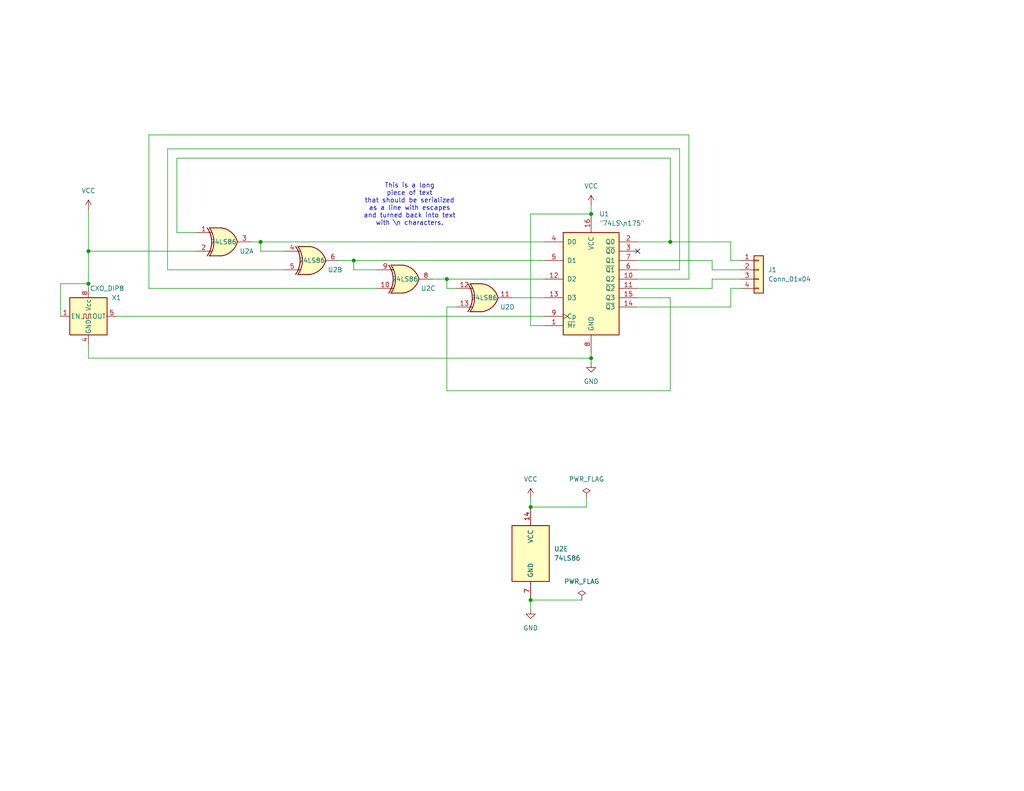
<source format=kicad_sch>
(kicad_sch (version 20231120) (generator "eeschema") (generator_version "8.0")
  (paper "USLetter")
  (title_block (title "Sample Schematic") (company "Wholly Unnecessary Technologies"))
  (lib_symbols
    (symbol "74xx:74LS175" (pin_names (offset 1.016))
      (property "Reference" "U" (at -7.62 13.97 0))
      (property "Value" "74LS175" (at -7.62 -16.51 0))
      (symbol "74LS175_1_0"
        (pin input line (at -12.7 -12.7 0) (length 5.08) (name "~{Mr}") (number "1"))
        (pin output line (at 12.7 0 180) (length 5.08) (name "Q2") (number "10"))
        (pin output line (at 12.7 -2.54 180) (length 5.08) (name "~{Q2}") (number "11"))
        (pin input line (at -12.7 0 0) (length 5.08) (name "D2") (number "12"))
        (pin input line (at -12.7 -5.08 0) (length 5.08) (name "D3") (number "13"))
        (pin output line (at 12.7 -7.62 180) (length 5.08) (name "~{Q3}") (number "14"))
        (pin output line (at 12.7 -5.08 180) (length 5.08) (name "Q3") (number "15"))
        (pin power_in line (at 0 17.78 270) (length 5.08) (name "VCC") (number "16"))
        (pin output line (at 12.7 10.16 180) (length 5.08) (name "Q0") (number "2"))
        (pin output line (at 12.7 7.62 180) (length 5.08) (name "~{Q0}") (number "3"))
        (pin input line (at -12.7 10.16 0) (length 5.08) (name "D0") (number "4"))
        (pin input line (at -12.7 5.08 0) (length 5.08) (name "D1") (number "5"))
        (pin output line (at 12.7 2.54 180) (length 5.08) (name "~{Q1}") (number "6"))
        (pin output line (at 12.7 5.08 180) (length 5.08) (name "Q1") (number "7"))
        (pin power_in line (at 0 -20.32 90) (length 5.08) (name "GND") (number "8"))
        (pin input clock (at -12.7 -10.16 0) (length 5.08) (name "Cp") (number "9"))
      )
      (symbol "74LS175_1_1"
        (rectangle (start -7.62 12.7) (end 7.62 -15.24) (stroke (width 0.254)) (fill (type background)))
      )
    )
    (symbol "74xx:74LS86" (pin_names (offset 1.016))
      (property "Reference" "U" (at 0 1.27 0))
      (property "Value" "74LS86" (at 0 -1.27 0))
      (symbol "74LS86_1_0"
        (arc (start -4.4196 -3.81) (mid -3.2033 0) (end -4.4196 3.81) (stroke (width 0.254)))
        (arc (start -3.81 -3.81) (mid -2.589 0) (end -3.81 3.81) (stroke (width 0.254)))
        (arc (start -0.6096 -3.81) (mid 2.1842 -2.5851) (end 3.81 0) (stroke (width 0.254)) (fill (type background)))
        (polyline (pts (xy -3.81 -3.81) (xy -0.635 -3.81)) (stroke (width 0.254)) (fill (type background)))
        (polyline (pts (xy -3.81 3.81) (xy -0.635 3.81)) (stroke (width 0.254)) (fill (type background)))
        (polyline (pts (xy -0.635 3.81) (xy -3.81 3.81) (xy -3.81 3.81) (xy -3.556 3.4036) (xy -3.0226 2.2606) (xy -2.6924 1.0414) (xy -2.6162 -0.254) (xy -2.7686 -1.4986) (xy -3.175 -2.7178) (xy -3.81 -3.81) (xy -3.81 -3.81) (xy -0.635 -3.81)) (stroke (width -25.4)) (fill (type background)))
        (arc (start 3.81 0) (mid 2.1915 2.5936) (end -0.6096 3.81) (stroke (width 0.254)) (fill (type background)))
        (pin input line (at -7.62 2.54 0) (length 4.445) (name "~") (number "1"))
        (pin input line (at -7.62 -2.54 0) (length 4.445) (name "~") (number "2"))
        (pin output line (at 7.62 0 180) (length 3.81) (name "~") (number "3"))
      )
      (symbol "74LS86_1_1"
        (polyline (pts (xy -3.81 -2.54) (xy -3.175 -2.54)) (stroke (width 0.1524)))
        (polyline (pts (xy -3.81 2.54) (xy -3.175 2.54)) (stroke (width 0.1524)))
      )
      (symbol "74LS86_2_0"
        (arc (start -4.4196 -3.81) (mid -3.2033 0) (end -4.4196 3.81) (stroke (width 0.254)))
        (arc (start -3.81 -3.81) (mid -2.589 0) (end -3.81 3.81) (stroke (width 0.254)))
        (arc (start -0.6096 -3.81) (mid 2.1842 -2.5851) (end 3.81 0) (stroke (width 0.254)) (fill (type background)))
        (polyline (pts (xy -3.81 -3.81) (xy -0.635 -3.81)) (stroke (width 0.254)) (fill (type background)))
        (polyline (pts (xy -3.81 3.81) (xy -0.635 3.81)) (stroke (width 0.254)) (fill (type background)))
        (polyline (pts (xy -0.635 3.81) (xy -3.81 3.81) (xy -3.81 3.81) (xy -3.556 3.4036) (xy -3.0226 2.2606) (xy -2.6924 1.0414) (xy -2.6162 -0.254) (xy -2.7686 -1.4986) (xy -3.175 -2.7178) (xy -3.81 -3.81) (xy -3.81 -3.81) (xy -0.635 -3.81)) (stroke (width -25.4)) (fill (type background)))
        (arc (start 3.81 0) (mid 2.1915 2.5936) (end -0.6096 3.81) (stroke (width 0.254)) (fill (type background)))
        (pin input line (at -7.62 2.54 0) (length 4.445) (name "~") (number "4"))
        (pin input line (at -7.62 -2.54 0) (length 4.445) (name "~") (number "5"))
        (pin output line (at 7.62 0 180) (length 3.81) (name "~") (number "6"))
      )
      (symbol "74LS86_2_1"
        (polyline (pts (xy -3.81 -2.54) (xy -3.175 -2.54)) (stroke (width 0.1524)))
        (polyline (pts (xy -3.81 2.54) (xy -3.175 2.54)) (stroke (width 0.1524)))
      )
      (symbol "74LS86_3_0"
        (arc (start -4.4196 -3.81) (mid -3.2033 0) (end -4.4196 3.81) (stroke (width 0.254)))
        (arc (start -3.81 -3.81) (mid -2.589 0) (end -3.81 3.81) (stroke (width 0.254)))
        (arc (start -0.6096 -3.81) (mid 2.1842 -2.5851) (end 3.81 0) (stroke (width 0.254)) (fill (type background)))
        (polyline (pts (xy -3.81 -3.81) (xy -0.635 -3.81)) (stroke (width 0.254)) (fill (type background)))
        (polyline (pts (xy -3.81 3.81) (xy -0.635 3.81)) (stroke (width 0.254)) (fill (type background)))
        (polyline (pts (xy -0.635 3.81) (xy -3.81 3.81) (xy -3.81 3.81) (xy -3.556 3.4036) (xy -3.0226 2.2606) (xy -2.6924 1.0414) (xy -2.6162 -0.254) (xy -2.7686 -1.4986) (xy -3.175 -2.7178) (xy -3.81 -3.81) (xy -3.81 -3.81) (xy -0.635 -3.81)) (stroke (width -25.4)) (fill (type background)))
        (arc (start 3.81 0) (mid 2.1915 2.5936) (end -0.6096 3.81) (stroke (width 0.254)) (fill (type background)))
        (pin input line (at -7.62 -2.54 0) (length 4.445) (name "~") (number "10"))
        (pin output line (at 7.62 0 180) (length 3.81) (name "~") (number "8"))
        (pin input line (at -7.62 2.54 0) (length 4.445) (name "~") (number "9"))
      )
      (symbol "74LS86_3_1"
        (polyline (pts (xy -3.81 -2.54) (xy -3.175 -2.54)) (stroke (width 0.1524)))
        (polyline (pts (xy -3.81 2.54) (xy -3.175 2.54)) (stroke (width 0.1524)))
      )
      (symbol "74LS86_4_0"
        (arc (start -4.4196 -3.81) (mid -3.2033 0) (end -4.4196 3.81) (stroke (width 0.254)))
        (arc (start -3.81 -3.81) (mid -2.589 0) (end -3.81 3.81) (stroke (width 0.254)))
        (arc (start -0.6096 -3.81) (mid 2.1842 -2.5851) (end 3.81 0) (stroke (width 0.254)) (fill (type background)))
        (polyline (pts (xy -3.81 -3.81) (xy -0.635 -3.81)) (stroke (width 0.254)) (fill (type background)))
        (polyline (pts (xy -3.81 3.81) (xy -0.635 3.81)) (stroke (width 0.254)) (fill (type background)))
        (polyline (pts (xy -0.635 3.81) (xy -3.81 3.81) (xy -3.81 3.81) (xy -3.556 3.4036) (xy -3.0226 2.2606) (xy -2.6924 1.0414) (xy -2.6162 -0.254) (xy -2.7686 -1.4986) (xy -3.175 -2.7178) (xy -3.81 -3.81) (xy -3.81 -3.81) (xy -0.635 -3.81)) (stroke (width -25.4)) (fill (type background)))
        (arc (start 3.81 0) (mid 2.1915 2.5936) (end -0.6096 3.81) (stroke (width 0.254)) (fill (type background)))
        (pin output line (at 7.62 0 180) (length 3.81) (name "~") (number "11"))
        (pin input line (at -7.62 2.54 0) (length 4.445) (name "~") (number "12"))
        (pin input line (at -7.62 -2.54 0) (length 4.445) (name "~") (number "13"))
      )
      (symbol "74LS86_4_1"
        (polyline (pts (xy -3.81 -2.54) (xy -3.175 -2.54)) (stroke (width 0.1524)))
        (polyline (pts (xy -3.81 2.54) (xy -3.175 2.54)) (stroke (width 0.1524)))
      )
      (symbol "74LS86_5_0"
        (pin power_in line (at 0 12.7 270) (length 5.08) (name "VCC") (number "14"))
        (pin power_in line (at 0 -12.7 90) (length 5.08) (name "GND") (number "7"))
      )
      (symbol "74LS86_5_1"
        (rectangle (start -5.08 7.62) (end 5.08 -7.62) (stroke (width 0.254)) (fill (type background)))
      )
    )
    (symbol "Connector_Generic:Conn_01x04" (pin_names (offset 1.016) hide)
      (property "Reference" "J" (at 0 5.08 0))
      (property "Value" "Conn_01x04" (at 0 -7.62 0))
      (symbol "Conn_01x04_1_1"
        (rectangle (start -1.27 -4.953) (end 0 -5.207) (stroke (width 0.1524)))
        (rectangle (start -1.27 -2.413) (end 0 -2.667) (stroke (width 0.1524)))
        (rectangle (start -1.27 0.127) (end 0 -0.127) (stroke (width 0.1524)))
        (rectangle (start -1.27 2.667) (end 0 2.413) (stroke (width 0.1524)))
        (rectangle (start -1.27 3.81) (end 1.27 -6.35) (stroke (width 0.254)) (fill (type background)))
        (pin passive line (at -5.08 2.54 0) (length 3.81) (name "Pin_1") (number "1"))
        (pin passive line (at -5.08 0 0) (length 3.81) (name "Pin_2") (number "2"))
        (pin passive line (at -5.08 -2.54 0) (length 3.81) (name "Pin_3") (number "3"))
        (pin passive line (at -5.08 -5.08 0) (length 3.81) (name "Pin_4") (number "4"))
      )
    )
    (symbol "Oscillator:CXO_DIP8" (pin_names (offset 0.254))
      (property "Reference" "Y" (at -5.08 6.35 0))
      (property "Value" "CXO_DIP8" (at 1.27 -6.35 0))
      (symbol "CXO_DIP8_0_1"
        (rectangle (start -5.08 5.08) (end 5.08 -5.08) (stroke (width 0.254)) (fill (type background)))
        (polyline (pts (xy -1.905 -0.635) (xy -1.27 -0.635) (xy -1.27 0.635) (xy -0.635 0.635) (xy -0.635 -0.635) (xy 0 -0.635) (xy 0 0.635) (xy 0.635 0.635) (xy 0.635 -0.635)))
      )
      (symbol "CXO_DIP8_1_1"
        (pin input line (at -7.62 0 0) (length 2.54) (name "EN") (number "1"))
        (pin power_in line (at 0 -7.62 90) (length 2.54) (name "GND") (number "4"))
        (pin output line (at 7.62 0 180) (length 2.54) (name "OUT") (number "5"))
        (pin power_in line (at 0 7.62 270) (length 2.54) (name "Vcc") (number "8"))
      )
    )
    (symbol "power:GND" (power) (pin_numbers hide) (pin_names (offset 0) hide)
      (property "Value" "GND" (at 0 -3.81 0))
      (symbol "GND_0_1"
        (polyline (pts (xy 0 0) (xy 0 -1.27) (xy 1.27 -1.27) (xy 0 -2.54) (xy -1.27 -1.27) (xy 0 -1.27)))
      )
      (symbol "GND_1_1"
        (pin power_in line (at 0 0 270) (length 0) (name "~") (number "1"))
      )
    )
    (symbol "power:PWR_FLAG" (power) (pin_numbers hide) (pin_names (offset 0) hide)
      (property "Value" "PWR_FLAG" (at 0 3.81 0))
      (symbol "PWR_FLAG_0_0"
        (pin power_out line (at 0 0 90) (length 0) (name "~") (number "1"))
      )
      (symbol "PWR_FLAG_0_1"
        (polyline (pts (xy 0 0) (xy 0 1.27) (xy -1.016 1.905) (xy 0 2.54) (xy 1.016 1.905) (xy 0 1.27)))
      )
    )
    (symbol "power:VCC" (power) (pin_numbers hide) (pin_names (offset 0) hide)
      (property "Value" "VCC" (at 0 3.556 0))
      (symbol "VCC_0_1"
        (polyline (pts (xy -0.762 1.27) (xy 0 2.54)))
        (polyline (pts (xy 0 0) (xy 0 2.54)))
        (polyline (pts (xy 0 2.54) (xy 0.762 1.27)))
      )
      (symbol "VCC_1_1"
        (pin power_in line (at 0 0 90) (length 0) (name "~") (number "1"))
      )
    )
  )
  (junction (at 121.92 76.2))
  (junction (at 96.52 71.12))
  (junction (at 182.88 66.04))
  (junction (at 144.78 163.83))
  (junction (at 161.29 97.79))
  (junction (at 71.12 66.04))
  (junction (at 24.13 77.47))
  (junction (at 161.29 58.42))
  (junction (at 24.13 68.58))
  (junction (at 144.78 138.43))
  (no_connect (at 173.99 68.58))
  (wire (pts (xy 118.11 76.2) (xy 121.92 76.2)))
  (wire (pts (xy 24.13 77.47) (xy 24.13 78.74)))
  (wire (pts (xy 161.29 97.79) (xy 161.29 96.52)))
  (wire (pts (xy 199.39 83.82) (xy 199.39 78.74)))
  (wire (pts (xy 121.92 76.2) (xy 121.92 78.74)))
  (wire (pts (xy 24.13 68.58) (xy 24.13 77.47)))
  (wire (pts (xy 185.42 40.64) (xy 45.72 40.64)))
  (wire (pts (xy 31.75 86.36) (xy 148.59 86.36)))
  (wire (pts (xy 173.99 73.66) (xy 185.42 73.66)))
  (wire (pts (xy 24.13 57.15) (xy 24.13 68.58)))
  (wire (pts (xy 144.78 135.89) (xy 144.78 138.43)))
  (wire (pts (xy 182.88 43.18) (xy 182.88 66.04)))
  (wire (pts (xy 161.29 55.88) (xy 161.29 58.42)))
  (wire (pts (xy 194.31 76.2) (xy 201.93 76.2)))
  (wire (pts (xy 68.58 66.04) (xy 71.12 66.04)))
  (wire (pts (xy 161.29 99.06) (xy 161.29 97.79)))
  (wire (pts (xy 148.59 88.9) (xy 144.78 88.9)))
  (wire (pts (xy 144.78 58.42) (xy 161.29 58.42)))
  (wire (pts (xy 199.39 66.04) (xy 199.39 71.12)))
  (wire (pts (xy 160.02 135.89) (xy 160.02 138.43)))
  (wire (pts (xy 121.92 106.68) (xy 121.92 83.82)))
  (wire (pts (xy 24.13 68.58) (xy 53.34 68.58)))
  (wire (pts (xy 194.31 78.74) (xy 194.31 76.2)))
  (wire (pts (xy 40.64 36.83) (xy 40.64 78.74)))
  (wire (pts (xy 71.12 66.04) (xy 71.12 68.58)))
  (wire (pts (xy 45.72 40.64) (xy 45.72 73.66)))
  (wire (pts (xy 71.12 66.04) (xy 148.59 66.04)))
  (wire (pts (xy 121.92 76.2) (xy 148.59 76.2)))
  (wire (pts (xy 45.72 73.66) (xy 77.47 73.66)))
  (wire (pts (xy 173.99 83.82) (xy 199.39 83.82)))
  (wire (pts (xy 194.31 73.66) (xy 201.93 73.66)))
  (wire (pts (xy 144.78 138.43) (xy 160.02 138.43)))
  (wire (pts (xy 144.78 88.9) (xy 144.78 58.42)))
  (wire (pts (xy 185.42 73.66) (xy 185.42 40.64)))
  (wire (pts (xy 173.99 81.28) (xy 182.88 81.28)))
  (wire (pts (xy 144.78 163.83) (xy 158.75 163.83)))
  (wire (pts (xy 24.13 97.79) (xy 161.29 97.79)))
  (wire (pts (xy 124.46 78.74) (xy 121.92 78.74)))
  (wire (pts (xy 71.12 68.58) (xy 77.47 68.58)))
  (wire (pts (xy 102.87 73.66) (xy 96.52 73.66)))
  (wire (pts (xy 48.26 63.5) (xy 53.34 63.5)))
  (wire (pts (xy 40.64 78.74) (xy 102.87 78.74)))
  (wire (pts (xy 187.96 36.83) (xy 40.64 36.83)))
  (wire (pts (xy 144.78 166.37) (xy 144.78 163.83)))
  (wire (pts (xy 173.99 66.04) (xy 182.88 66.04)))
  (wire (pts (xy 24.13 93.98) (xy 24.13 97.79)))
  (wire (pts (xy 199.39 78.74) (xy 201.93 78.74)))
  (wire (pts (xy 173.99 71.12) (xy 194.31 71.12)))
  (wire (pts (xy 173.99 78.74) (xy 194.31 78.74)))
  (wire (pts (xy 182.88 81.28) (xy 182.88 106.68)))
  (wire (pts (xy 96.52 71.12) (xy 96.52 73.66)))
  (wire (pts (xy 92.71 71.12) (xy 96.52 71.12)))
  (wire (pts (xy 182.88 106.68) (xy 121.92 106.68)))
  (wire (pts (xy 139.7 81.28) (xy 148.59 81.28)))
  (wire (pts (xy 182.88 66.04) (xy 199.39 66.04)))
  (wire (pts (xy 48.26 43.18) (xy 48.26 63.5)))
  (wire (pts (xy 121.92 83.82) (xy 124.46 83.82)))
  (wire (pts (xy 199.39 71.12) (xy 201.93 71.12)))
  (wire (pts (xy 16.51 86.36) (xy 16.51 77.47)))
  (wire (pts (xy 194.31 71.12) (xy 194.31 73.66)))
  (wire (pts (xy 16.51 77.47) (xy 24.13 77.47)))
  (wire (pts (xy 173.99 76.2) (xy 187.96 76.2)))
  (wire (pts (xy 187.96 76.2) (xy 187.96 36.83)))
  (wire (pts (xy 96.52 71.12) (xy 148.59 71.12)))
  (wire (pts (xy 182.88 43.18) (xy 48.26 43.18)))
  (text "This is a long\npiece of text\nthat should be serialized\nas a line with escapes\nand turned back into text\nwith \\n characters." (at 111.76 55.88 0) (effects (font (size 1.27 1.27))))
  (symbol (lib_id "power:VCC") (at 161.29 55.88 0) (unit 1)
    (property "Reference" "#PWR01" (effects (hide yes)))
    (property "Value" "VCC" (at 161.29 50.8 0))
    (property "Description" "Power symbol creates a global label with name \"VCC\"" (effects (hide yes)))
  )
  (symbol (lib_id "power:VCC") (at 24.13 57.15 0) (unit 1)
    (property "Reference" "#PWR05" (effects (hide yes)))
    (property "Value" "VCC" (at 24.13 52.07 0))
    (property "Description" "Power symbol creates a global label with name \"VCC\"" (effects (hide yes)))
  )
  (symbol (lib_id "power:GND") (at 144.78 166.37 0) (unit 1)
    (property "Reference" "#PWR04" (effects (hide yes)))
    (property "Value" "GND" (at 144.78 171.45 0))
    (property "Description" "Power symbol creates a global label with name \"GND\" , ground" (effects (hide yes)))
  )
  (symbol (lib_id "74xx:74LS86") (at 110.49 76.2 0) (unit 3)
    (property "Reference" "U2" (at 116.84 78.74 0))
    (property "Value" "74LS86" (at 110.49 76.2 0))
    (property "Datasheet" "74xx/74ls86.pdf" (effects (hide yes)))
    (property "Description" "Quad 2-input XOR" (effects (hide yes)))
  )
  (symbol (lib_id "74xx:74LS86") (at 132.08 81.28 0) (unit 4)
    (property "Reference" "U2" (at 138.43 83.82 0))
    (property "Value" "74LS86" (at 132.08 81.28 0))
    (property "Datasheet" "74xx/74ls86.pdf" (effects (hide yes)))
    (property "Description" "Quad 2-input XOR" (effects (hide yes)))
  )
  (symbol (lib_id "Connector_Generic:Conn_01x04") (at 207.01 73.66 0) (unit 1)
    (property "Reference" "J1" (at 209.55 73.6599 0) (effects (justify left)))
    (property "Value" "Conn_01x04" (at 209.55 76.1999 0) (effects (justify left)))
    (property "Description" "Generic connector, single row, 01x04, script generated (kicad-library-utils/schlib/autogen/connector/)" (effects (hide yes)))
  )
  (symbol (lib_id "74xx:74LS86") (at 60.96 66.04 0) (unit 1)
    (property "Reference" "U2" (at 67.31 68.58 0))
    (property "Value" "74LS86" (at 60.96 66.04 0))
    (property "Datasheet" "74xx/74ls86.pdf" (effects (hide yes)))
    (property "Description" "Quad 2-input XOR" (effects (hide yes)))
  )
  (symbol (lib_id "power:PWR_FLAG") (at 158.75 163.83 0) (unit 1)
    (property "Reference" "#FLG02" (effects (hide yes)))
    (property "Value" "PWR_FLAG" (at 158.75 158.75 0))
    (property "Description" "Special symbol for telling ERC where power comes from" (effects (hide yes)))
  )
  (symbol (lib_id "74xx:74LS86") (at 85.09 71.12 0) (unit 2)
    (property "Reference" "U2" (at 91.44 73.66 0))
    (property "Value" "74LS86" (at 85.09 71.12 0))
    (property "Datasheet" "74xx/74ls86.pdf" (effects (hide yes)))
    (property "Description" "Quad 2-input XOR" (effects (hide yes)))
  )
  (symbol (lib_id "74xx:74LS175") (at 161.29 76.2 0) (unit 1)
    (property "Reference" "U1" (at 163.4841 58.42 0) (effects (justify left)))
    (property "Value" "\"74LS\\n175\"" (at 163.4841 60.96 0) (effects (justify left)))
    (property "Datasheet" "http://www.ti.com/lit/gpn/sn74LS175" (effects (hide yes)))
    (property "Description" "4-bit D Flip-Flop, reset" (effects (hide yes)))
  )
  (symbol (lib_id "power:PWR_FLAG") (at 160.02 135.89 0) (unit 1)
    (property "Reference" "#FLG01" (effects (hide yes)))
    (property "Value" "PWR_FLAG" (at 160.02 130.81 0))
    (property "Description" "Special symbol for telling ERC where power comes from" (effects (hide yes)))
  )
  (symbol (lib_id "power:GND") (at 161.29 99.06 0) (unit 1)
    (property "Reference" "#PWR02" (effects (hide yes)))
    (property "Value" "GND" (at 161.29 104.14 0))
    (property "Description" "Power symbol creates a global label with name \"GND\" , ground" (effects (hide yes)))
  )
  (symbol (lib_id "Oscillator:CXO_DIP8") (at 24.13 86.36 0) (unit 1)
    (property "Reference" "X1" (at 31.75 81.28 0))
    (property "Value" "CXO_DIP8" (at 29.21 78.74 0))
    (property "Footprint" "Oscillator:Oscillator_DIP-8" (effects (hide yes)))
    (property "Datasheet" "http://cdn-reichelt.de/documents/datenblatt/B400/OSZI.pdf" (effects (hide yes)))
    (property "Description" "Crystal Clock Oscillator, DIP8-style metal package" (effects (hide yes)))
  )
  (symbol (lib_id "power:VCC") (at 144.78 135.89 0) (unit 1)
    (property "Reference" "#PWR03" (effects (hide yes)))
    (property "Value" "VCC" (at 144.78 130.81 0))
    (property "Description" "Power symbol creates a global label with name \"VCC\"" (effects (hide yes)))
  )
  (symbol (lib_id "74xx:74LS86") (at 144.78 151.13 0) (unit 5)
    (property "Reference" "U2" (at 151.13 149.8599 0) (effects (justify left)))
    (property "Value" "74LS86" (at 151.13 152.3999 0) (effects (justify left)))
    (property "Datasheet" "74xx/74ls86.pdf" (effects (hide yes)))
    (property "Description" "Quad 2-input XOR" (effects (hide yes)))
  )
)
</source>
